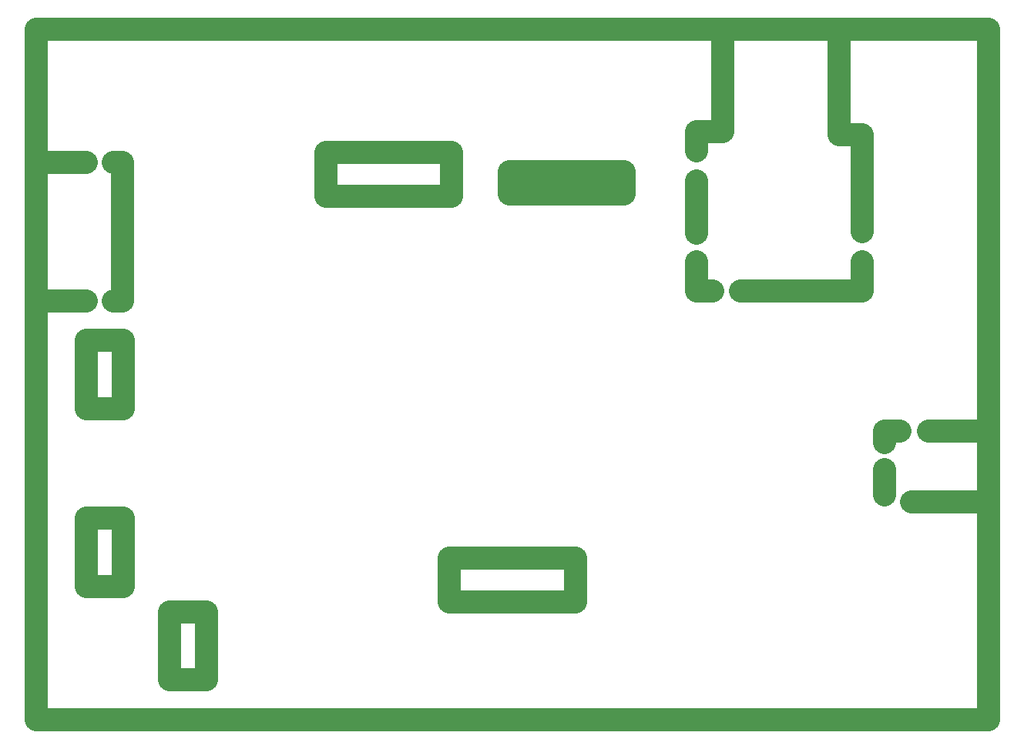
<source format=gbr>
G04 start of page 4 for group 4 idx 4 *
G04 Title: (unknown), outline *
G04 Creator: pcb 20110918 *
G04 CreationDate: Fri Jan 10 23:26:21 2014 UTC *
G04 For: fosse *
G04 Format: Gerber/RS-274X *
G04 PCB-Dimensions: 550000 450000 *
G04 PCB-Coordinate-Origin: lower left *
%MOIN*%
%FSLAX25Y25*%
%LNOUTLINE*%
%ADD66C,0.1000*%
G54D66*X91500Y160500D02*X107500D01*
X212409Y183738D02*Y164738D01*
X266909D01*
Y183738D01*
X212409D01*
X107500Y160500D02*Y131000D01*
X91500D02*Y160500D01*
X159000Y359500D02*Y340500D01*
X213500D01*
Y359500D01*
X159000D01*
X238500Y351000D02*X288000D01*
X71000Y355000D02*X67000D01*
X33600D02*X55400D01*
X288000Y341500D02*X238500D01*
Y351000D01*
X33600Y412800D02*X445600D01*
X319500Y368500D02*X330600D01*
X319500D02*X330100D01*
X319500D02*Y360000D01*
X107500Y131000D02*X91500D01*
X445600Y113800D02*X33600D01*
X71000Y295000D02*X67000D01*
X33600D02*X55400D01*
X400600Y211000D02*Y222200D01*
X55500Y278000D02*X71500D01*
Y248500D01*
X55500D01*
Y278000D01*
Y201000D02*X71500D01*
Y171500D01*
X55500D01*
Y201000D01*
X71000Y295000D02*Y355000D01*
X33600Y113800D02*Y412800D01*
X445600D02*Y113800D01*
X419700Y238900D02*X445600D01*
X391000Y367200D02*Y325000D01*
Y299500D02*Y312000D01*
Y299500D02*X338500D01*
X400600Y238900D02*X407500D01*
X445600Y208100D02*X412300D01*
X400600Y238900D02*Y233800D01*
X319500Y299500D02*X326500D01*
X319500Y312000D02*Y299500D01*
Y324500D02*Y347200D01*
X288000Y351000D02*Y341500D01*
X381200Y367200D02*X391000D01*
X381200Y412800D02*Y367200D01*
X330600Y368500D02*Y412800D01*
M02*

</source>
